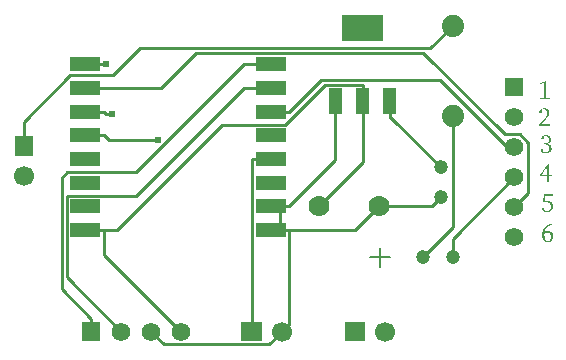
<source format=gtl>
G04 Layer: TopLayer*
G04 EasyEDA v6.4.21, 2021-08-31T18:03:31+03:00*
G04 b95053f86dca452894c47d8f443744e6,e35e2ce9ff7a437f96666ecb9555ba6e,10*
G04 Gerber Generator version 0.2*
G04 Scale: 100 percent, Rotated: No, Reflected: No *
G04 Dimensions in millimeters *
G04 leading zeros omitted , absolute positions ,4 integer and 5 decimal *
%FSLAX45Y45*%
%MOMM*%

%ADD10C,0.2540*%
%ADD11C,0.2032*%
%ADD12C,0.6100*%
%ADD13R,2.6000X1.2000*%
%ADD16C,1.1938*%
%ADD17C,1.5748*%
%ADD18R,1.5748X1.5748*%
%ADD19C,1.8796*%
%ADD20C,1.7780*%
%ADD22C,1.7000*%
%ADD23R,1.5748X1.7000*%

%LPD*%
G36*
X5386070Y3757929D02*
G01*
X5340350Y3745992D01*
X5340350Y3738372D01*
X5370068Y3741165D01*
X5370017Y3644849D01*
X5369560Y3618229D01*
X5338064Y3613658D01*
X5338064Y3606800D01*
X5420106Y3606800D01*
X5420106Y3613658D01*
X5388864Y3618229D01*
X5388356Y3653790D01*
X5388356Y3723640D01*
X5389118Y3755644D01*
G37*
G36*
X5375910Y3530092D02*
G01*
X5370423Y3529837D01*
X5365140Y3529177D01*
X5360009Y3528009D01*
X5355183Y3526383D01*
X5350611Y3524250D01*
X5346395Y3521710D01*
X5342585Y3518662D01*
X5339232Y3515207D01*
X5336387Y3511245D01*
X5334050Y3506825D01*
X5332323Y3501898D01*
X5331206Y3496564D01*
X5333187Y3493770D01*
X5335727Y3491636D01*
X5338724Y3490214D01*
X5342128Y3489706D01*
X5345988Y3490468D01*
X5349290Y3492855D01*
X5352034Y3497224D01*
X5354320Y3503676D01*
X5358638Y3519932D01*
X5365292Y3521100D01*
X5370576Y3521456D01*
X5376570Y3520897D01*
X5381955Y3519170D01*
X5386628Y3516426D01*
X5390591Y3512718D01*
X5393740Y3508146D01*
X5396077Y3502710D01*
X5397500Y3496564D01*
X5398008Y3489706D01*
X5397804Y3485286D01*
X5397144Y3480815D01*
X5396077Y3476396D01*
X5394553Y3471875D01*
X5392623Y3467252D01*
X5390184Y3462578D01*
X5387340Y3457701D01*
X5380228Y3447440D01*
X5371236Y3436264D01*
X5332222Y3391915D01*
X5332222Y3378200D01*
X5423662Y3378200D01*
X5423662Y3395472D01*
X5346446Y3395472D01*
X5372608Y3422396D01*
X5387543Y3438194D01*
X5399074Y3451301D01*
X5403697Y3457041D01*
X5407558Y3462375D01*
X5410708Y3467404D01*
X5413197Y3472179D01*
X5415026Y3476802D01*
X5416346Y3481374D01*
X5417058Y3485997D01*
X5417312Y3490722D01*
X5417058Y3496360D01*
X5416245Y3501644D01*
X5414873Y3506622D01*
X5412943Y3511194D01*
X5410454Y3515360D01*
X5407355Y3519068D01*
X5403697Y3522319D01*
X5399379Y3525012D01*
X5394502Y3527196D01*
X5388965Y3528771D01*
X5382768Y3529736D01*
G37*
G36*
X5389372Y3301492D02*
G01*
X5381904Y3301085D01*
X5374843Y3299764D01*
X5368340Y3297580D01*
X5362448Y3294481D01*
X5357317Y3290519D01*
X5353100Y3285642D01*
X5349849Y3279800D01*
X5347716Y3273044D01*
X5349544Y3269335D01*
X5351983Y3266897D01*
X5354878Y3265576D01*
X5358130Y3265170D01*
X5362752Y3265982D01*
X5366207Y3268472D01*
X5368798Y3272688D01*
X5370830Y3278632D01*
X5374386Y3291586D01*
X5380228Y3292601D01*
X5385308Y3292856D01*
X5391454Y3292398D01*
X5396890Y3290976D01*
X5401564Y3288639D01*
X5405475Y3285439D01*
X5408625Y3281375D01*
X5410860Y3276447D01*
X5412282Y3270707D01*
X5412740Y3264153D01*
X5412181Y3257143D01*
X5410504Y3250946D01*
X5407761Y3245662D01*
X5404002Y3241243D01*
X5399328Y3237738D01*
X5393791Y3235198D01*
X5387390Y3233674D01*
X5380228Y3233166D01*
X5371592Y3233166D01*
X5371592Y3223260D01*
X5382260Y3223260D01*
X5390286Y3222650D01*
X5397296Y3220872D01*
X5403240Y3217976D01*
X5408117Y3214065D01*
X5411876Y3209188D01*
X5414619Y3203448D01*
X5416245Y3196844D01*
X5416804Y3189478D01*
X5416245Y3182264D01*
X5414568Y3175660D01*
X5411825Y3169818D01*
X5408015Y3164789D01*
X5403240Y3160725D01*
X5397500Y3157728D01*
X5390845Y3155848D01*
X5383276Y3155188D01*
X5376976Y3155594D01*
X5370322Y3156966D01*
X5366766Y3170174D01*
X5364632Y3176727D01*
X5362194Y3181248D01*
X5358993Y3183839D01*
X5354574Y3184652D01*
X5351170Y3184245D01*
X5348274Y3183026D01*
X5345734Y3180791D01*
X5343652Y3177540D01*
X5345734Y3170072D01*
X5348935Y3163722D01*
X5353100Y3158439D01*
X5358231Y3154172D01*
X5364175Y3150920D01*
X5370880Y3148584D01*
X5378297Y3147263D01*
X5386324Y3146806D01*
X5393537Y3147161D01*
X5400344Y3148228D01*
X5406644Y3149955D01*
X5412435Y3152343D01*
X5417667Y3155238D01*
X5422341Y3158744D01*
X5426405Y3162757D01*
X5429808Y3167176D01*
X5432501Y3172104D01*
X5434482Y3177387D01*
X5435701Y3183026D01*
X5436108Y3188970D01*
X5435854Y3193897D01*
X5435142Y3198520D01*
X5433974Y3202940D01*
X5432298Y3207054D01*
X5430113Y3210915D01*
X5427421Y3214471D01*
X5424170Y3217672D01*
X5420461Y3220567D01*
X5416194Y3223056D01*
X5411368Y3225241D01*
X5405983Y3226968D01*
X5400040Y3228340D01*
X5407202Y3230981D01*
X5413552Y3234283D01*
X5418937Y3238195D01*
X5423408Y3242665D01*
X5426913Y3247644D01*
X5429453Y3253079D01*
X5431028Y3258972D01*
X5431536Y3265170D01*
X5431180Y3270453D01*
X5430215Y3275431D01*
X5428589Y3280054D01*
X5426354Y3284270D01*
X5423560Y3288131D01*
X5420156Y3291535D01*
X5416245Y3294481D01*
X5411825Y3296920D01*
X5406898Y3298901D01*
X5401513Y3300323D01*
X5395620Y3301187D01*
G37*
G36*
X5405882Y3059430D02*
G01*
X5341696Y2967736D01*
X5351272Y2967736D01*
X5400548Y3038602D01*
X5400548Y2967736D01*
X5341696Y2967736D01*
X5340096Y2965450D01*
X5340096Y2954528D01*
X5400548Y2954528D01*
X5400548Y2908300D01*
X5418328Y2908300D01*
X5418328Y2954528D01*
X5441950Y2954528D01*
X5441950Y2967736D01*
X5418328Y2967736D01*
X5418328Y3059430D01*
G37*
G36*
X5371846Y2803144D02*
G01*
X5367274Y2733802D01*
X5372862Y2732024D01*
X5378246Y2733344D01*
X5383631Y2734310D01*
X5388965Y2734868D01*
X5394198Y2735072D01*
X5399379Y2734818D01*
X5404205Y2734005D01*
X5408676Y2732633D01*
X5412790Y2730804D01*
X5416448Y2728417D01*
X5419750Y2725521D01*
X5422544Y2722168D01*
X5424881Y2718358D01*
X5426760Y2714091D01*
X5428132Y2709316D01*
X5428945Y2704134D01*
X5429250Y2698496D01*
X5428996Y2692806D01*
X5428284Y2687523D01*
X5427065Y2682595D01*
X5425338Y2678125D01*
X5423154Y2674010D01*
X5420563Y2670454D01*
X5417464Y2667304D01*
X5413959Y2664714D01*
X5409946Y2662631D01*
X5405577Y2661107D01*
X5400700Y2660192D01*
X5395468Y2659888D01*
X5391912Y2660040D01*
X5384952Y2661056D01*
X5381498Y2661920D01*
X5375656Y2682189D01*
X5373268Y2686456D01*
X5370068Y2688691D01*
X5365750Y2689352D01*
X5362346Y2688894D01*
X5359400Y2687624D01*
X5357012Y2685389D01*
X5355336Y2682240D01*
X5357418Y2675077D01*
X5360466Y2668879D01*
X5364378Y2663596D01*
X5369204Y2659278D01*
X5374843Y2655874D01*
X5381345Y2653436D01*
X5388660Y2652014D01*
X5396738Y2651506D01*
X5402529Y2651709D01*
X5408015Y2652420D01*
X5413248Y2653487D01*
X5418175Y2655011D01*
X5422747Y2656941D01*
X5427065Y2659227D01*
X5430977Y2661920D01*
X5434584Y2664917D01*
X5437784Y2668320D01*
X5440629Y2672029D01*
X5443067Y2676042D01*
X5445099Y2680309D01*
X5446725Y2684932D01*
X5447842Y2689809D01*
X5448554Y2694889D01*
X5448808Y2700274D01*
X5448401Y2707436D01*
X5447182Y2714040D01*
X5445252Y2720136D01*
X5442610Y2725623D01*
X5439257Y2730500D01*
X5435295Y2734767D01*
X5430723Y2738475D01*
X5425541Y2741472D01*
X5419852Y2743911D01*
X5413705Y2745587D01*
X5407101Y2746654D01*
X5400040Y2747010D01*
X5394096Y2746806D01*
X5388508Y2746197D01*
X5383022Y2745181D01*
X5377688Y2743708D01*
X5380482Y2785872D01*
X5444744Y2785872D01*
X5444744Y2803144D01*
G37*
G36*
X5441442Y2552192D02*
G01*
X5434685Y2551226D01*
X5428183Y2549956D01*
X5421934Y2548331D01*
X5415940Y2546451D01*
X5410250Y2544267D01*
X5404764Y2541778D01*
X5399582Y2539034D01*
X5394706Y2535986D01*
X5390032Y2532735D01*
X5385714Y2529230D01*
X5381650Y2525522D01*
X5377840Y2521610D01*
X5374335Y2517444D01*
X5371134Y2513076D01*
X5368239Y2508554D01*
X5365597Y2503881D01*
X5363260Y2499004D01*
X5361228Y2493975D01*
X5359552Y2488793D01*
X5358130Y2483510D01*
X5357012Y2478125D01*
X5356250Y2472588D01*
X5355664Y2464054D01*
X5375148Y2464054D01*
X5375148Y2468626D01*
X5381904Y2473604D01*
X5389118Y2476906D01*
X5396484Y2478735D01*
X5403850Y2479294D01*
X5409488Y2478786D01*
X5414619Y2477160D01*
X5419140Y2474468D01*
X5422950Y2470607D01*
X5426049Y2465628D01*
X5428335Y2459482D01*
X5429758Y2452116D01*
X5430266Y2443480D01*
X5429758Y2434640D01*
X5428386Y2427020D01*
X5426100Y2420518D01*
X5423052Y2415235D01*
X5419242Y2411171D01*
X5414822Y2408224D01*
X5409844Y2406446D01*
X5404358Y2405888D01*
X5399938Y2406294D01*
X5395823Y2407513D01*
X5392064Y2409545D01*
X5388660Y2412390D01*
X5385612Y2416048D01*
X5382920Y2420518D01*
X5380583Y2425750D01*
X5378653Y2431796D01*
X5377129Y2438654D01*
X5376062Y2446324D01*
X5375351Y2454808D01*
X5375148Y2464054D01*
X5355664Y2464054D01*
X5355793Y2453944D01*
X5356453Y2446985D01*
X5357520Y2440482D01*
X5358942Y2434386D01*
X5360822Y2428697D01*
X5363006Y2423464D01*
X5365597Y2418638D01*
X5368594Y2414320D01*
X5371896Y2410460D01*
X5375503Y2407107D01*
X5379466Y2404211D01*
X5383784Y2401824D01*
X5388356Y2399944D01*
X5393232Y2398623D01*
X5398414Y2397760D01*
X5403850Y2397506D01*
X5410352Y2397861D01*
X5416499Y2398979D01*
X5422188Y2400757D01*
X5427472Y2403297D01*
X5432298Y2406446D01*
X5436565Y2410307D01*
X5440324Y2414778D01*
X5443474Y2419908D01*
X5445963Y2425700D01*
X5447792Y2432050D01*
X5448909Y2439009D01*
X5449316Y2446528D01*
X5448960Y2453182D01*
X5447995Y2459380D01*
X5446420Y2465070D01*
X5444185Y2470302D01*
X5441442Y2475026D01*
X5438190Y2479192D01*
X5434380Y2482748D01*
X5430113Y2485745D01*
X5425440Y2488082D01*
X5420309Y2489809D01*
X5414772Y2490876D01*
X5408930Y2491232D01*
X5404408Y2490978D01*
X5399887Y2490266D01*
X5395518Y2489149D01*
X5391251Y2487523D01*
X5387086Y2485440D01*
X5383123Y2483002D01*
X5379262Y2480056D01*
X5375656Y2476754D01*
X5376621Y2483408D01*
X5377942Y2489758D01*
X5379720Y2495804D01*
X5381853Y2501544D01*
X5384393Y2506980D01*
X5387390Y2512110D01*
X5390845Y2516936D01*
X5394706Y2521458D01*
X5399024Y2525674D01*
X5403799Y2529535D01*
X5409082Y2533142D01*
X5414822Y2536393D01*
X5421020Y2539339D01*
X5427726Y2541981D01*
X5434990Y2544318D01*
X5442712Y2546350D01*
G37*
D11*
X3981958Y2348992D02*
G01*
X3981958Y2182876D01*
X3898900Y2265934D02*
G01*
X4065270Y2265934D01*
D10*
X4597402Y3467107D02*
G01*
X4597402Y2527307D01*
X4343402Y2273307D01*
X5118102Y2946407D02*
G01*
X4597402Y2425707D01*
X4597402Y2273307D01*
X3216785Y2500409D02*
G01*
X3770403Y2500409D01*
X3975102Y2705107D01*
X3149602Y1638307D02*
G01*
X3216785Y1705490D01*
X3216785Y2500409D01*
X3137740Y2500409D02*
G01*
X3216785Y2500409D01*
X3058670Y2500409D02*
G01*
X3137740Y2500409D01*
X3137740Y2700408D02*
G01*
X3216785Y2700408D01*
X3058670Y2700408D02*
G01*
X3137740Y2700408D01*
X3137740Y2700408D02*
G01*
X3137740Y2500409D01*
X3605405Y3589027D02*
G01*
X3605405Y3089028D01*
X3216785Y2700408D01*
X3975102Y2705107D02*
G01*
X4419602Y2705107D01*
X4495802Y2781307D01*
X2044702Y1638307D02*
G01*
X2151585Y1531424D01*
X3042719Y1531424D01*
X3149602Y1638307D01*
X965202Y3213107D02*
G01*
X965202Y3415774D01*
X1359613Y3810185D01*
X1725170Y3810185D01*
X1953084Y4038099D01*
X4406394Y4038099D01*
X4597402Y4229107D01*
X4065399Y3589027D02*
G01*
X4065399Y3450902D01*
X4495802Y3035307D02*
G01*
X4080207Y3450902D01*
X4065399Y3450902D01*
X1488467Y3700432D02*
G01*
X2127354Y3700432D01*
X2424127Y3997205D01*
X4350184Y3997205D01*
X5040124Y3307265D01*
X5165092Y3307265D01*
X5237584Y3234773D01*
X5237584Y2811889D01*
X5118102Y2692407D01*
X5118102Y3200407D02*
G01*
X5060292Y3200407D01*
X4490951Y3769748D01*
X3486127Y3769748D01*
X3216785Y3500407D01*
X3058670Y3500407D02*
G01*
X3216785Y3500407D01*
X2895602Y1638307D02*
G01*
X2895602Y1745165D01*
X3058670Y3100407D02*
G01*
X2900530Y3100407D01*
X2900530Y3100407D02*
G01*
X2900530Y1750093D01*
X2895602Y1745165D01*
X1790702Y1638307D02*
G01*
X1329794Y2099216D01*
X1329794Y2781129D01*
X1337236Y2788572D01*
X1921385Y2788572D01*
X2833245Y3700432D01*
X3058670Y3700432D01*
X1536702Y1638307D02*
G01*
X1536702Y1745165D01*
X1536702Y1745165D02*
G01*
X1286690Y1995177D01*
X1286690Y2939143D01*
X1336118Y2988571D01*
X1921385Y2988571D01*
X2833245Y3900431D01*
X3058670Y3900431D01*
X1646582Y3900431D02*
G01*
X1666521Y3900431D01*
X1488467Y3900431D02*
G01*
X1646582Y3900431D01*
X1488467Y3500407D02*
G01*
X1646582Y3500407D01*
X1712241Y3480417D02*
G01*
X1666572Y3480417D01*
X1646582Y3500407D01*
X3835402Y3589027D02*
G01*
X3835402Y3727152D01*
X1646074Y2500409D02*
G01*
X1758825Y2500409D01*
X2646987Y3388570D01*
X3180057Y3388570D01*
X3518639Y3727152D01*
X3835402Y3727152D01*
X2298702Y1638307D02*
G01*
X1646074Y2290935D01*
X1646074Y2500409D01*
X3835402Y3589027D02*
G01*
X3835402Y3073407D01*
X3467102Y2705107D01*
X1487959Y2500409D02*
G01*
X1646074Y2500409D01*
X1646582Y3300407D02*
G01*
X1687095Y3259894D01*
X2105764Y3259894D01*
X1488467Y3300407D02*
G01*
X1646582Y3300407D01*
D13*
G01*
X3058668Y2500401D03*
G01*
X3058668Y2700401D03*
G01*
X3058668Y2900400D03*
G01*
X3058668Y3100400D03*
G01*
X3058668Y3300399D03*
G01*
X3058668Y3500399D03*
G01*
X3058668Y3700424D03*
G01*
X3058668Y3900423D03*
G01*
X1488465Y3900423D03*
G01*
X1488465Y3700424D03*
G01*
X1488465Y3500399D03*
G01*
X1488465Y3300399D03*
G01*
X1488465Y3100400D03*
G01*
X1488465Y2900400D03*
G01*
X1488465Y2700401D03*
G01*
X1487957Y2500401D03*
G36*
X3660399Y4318779D02*
G01*
X4010400Y4318779D01*
X4010400Y4098780D01*
X3660399Y4098780D01*
G37*
G36*
X4010400Y3699019D02*
G01*
X4120400Y3699019D01*
X4120400Y3479020D01*
X4010400Y3479020D01*
G37*
G36*
X3780398Y3699019D02*
G01*
X3890401Y3699019D01*
X3890401Y3479020D01*
X3780398Y3479020D01*
G37*
G36*
X3550399Y3699019D02*
G01*
X3660399Y3699019D01*
X3660399Y3479020D01*
X3550399Y3479020D01*
G37*
D16*
G01*
X4343400Y2273300D03*
G01*
X4597400Y2273300D03*
D17*
G01*
X5118100Y2438400D03*
G01*
X5118100Y2692400D03*
G01*
X5118100Y2946400D03*
G01*
X5118100Y3200400D03*
G01*
X5118100Y3454400D03*
D18*
G01*
X5118100Y3708400D03*
D19*
G01*
X4597400Y4229100D03*
G01*
X4597400Y3467100D03*
D16*
G01*
X4495800Y2781300D03*
G01*
X4495800Y3035300D03*
D20*
G01*
X3467100Y2705100D03*
G01*
X3975100Y2705100D03*
G36*
X2810601Y1717039D02*
G01*
X2980601Y1717039D01*
X2980601Y1559560D01*
X2810601Y1559560D01*
G37*
D22*
G01*
X3149600Y1638300D03*
G36*
X3686901Y1717039D02*
G01*
X3856901Y1717039D01*
X3856901Y1559560D01*
X3686901Y1559560D01*
G37*
G01*
X4025900Y1638300D03*
D23*
G01*
X965200Y3213100D03*
D22*
G01*
X965200Y2959100D03*
G36*
X1457960Y1717039D02*
G01*
X1615439Y1717039D01*
X1615439Y1559560D01*
X1457960Y1559560D01*
G37*
D17*
G01*
X1790700Y1638300D03*
G01*
X2044700Y1638300D03*
G01*
X2298700Y1638300D03*
D12*
G01*
X1666519Y3900423D03*
G01*
X1712239Y3480409D03*
G01*
X2105761Y3259886D03*
M02*

</source>
